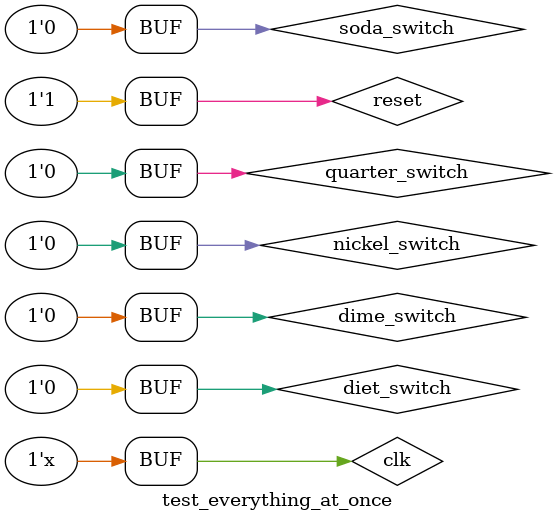
<source format=v>
`timescale 1ns / 1ps


module test_everything_at_once;

	// Inputs
	reg quarter_switch;
	reg nickel_switch;
	reg dime_switch;
	reg soda_switch;
	reg diet_switch;
	reg reset;
	reg clk;

	// Outputs
	wire soda_given;
	wire diet_given;
	wire [2:0] change_count;

	// Instantiate the Unit Under Test (UUT)
	soda_machine_wrapper uut (
		.quarter_switch(quarter_switch), 
		.nickel_switch(nickel_switch), 
		.dime_switch(dime_switch), 
		.soda_switch(soda_switch), 
		.diet_switch(diet_switch), 
		.soda_given(soda_given), 
		.diet_given(diet_given), 
		.change_count(change_count), 
		.reset(reset), 
		.clk(clk)
	);
	
	always begin
		clk = ~clk;
		#5;
	end

	initial begin
		// Initialize Inputs
		quarter_switch = 0;
		nickel_switch = 0;
		dime_switch = 0;
		soda_switch = 0;
		diet_switch = 0;
		reset = 1;
		clk = 0;

		// Wait 100 ns for global reset to finish
		#100;
		reset = 0;
		#10;
		reset = 1;
	   nickel_switch = 1;
		#10;
		nickel_switch=0;
		#10;
		dime_switch = 1;
		#10;
		dime_switch = 0;
		#10;
		 nickel_switch = 1;
		#10;
		nickel_switch=0;
		#10;
		dime_switch = 1;
		#10;
		dime_switch = 0;
		#10;
		nickel_switch = 1;
		#10;
		nickel_switch=0;
		#10;
		dime_switch = 1;
		#10;
		dime_switch = 0;
		
		#10;
		soda_switch = 1;
		diet_switch = 1;
		
		#100;
		diet_switch = 0;
		#100;
		soda_switch = 0;
		#100;
		
		
		
        
		// Add stimulus here

	end
      
endmodule


</source>
